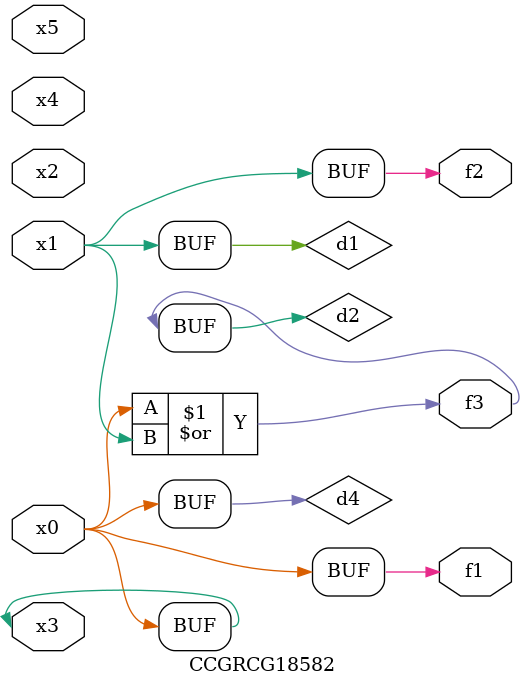
<source format=v>
module CCGRCG18582(
	input x0, x1, x2, x3, x4, x5,
	output f1, f2, f3
);

	wire d1, d2, d3, d4;

	and (d1, x1);
	or (d2, x0, x1);
	nand (d3, x0, x5);
	buf (d4, x0, x3);
	assign f1 = d4;
	assign f2 = d1;
	assign f3 = d2;
endmodule

</source>
